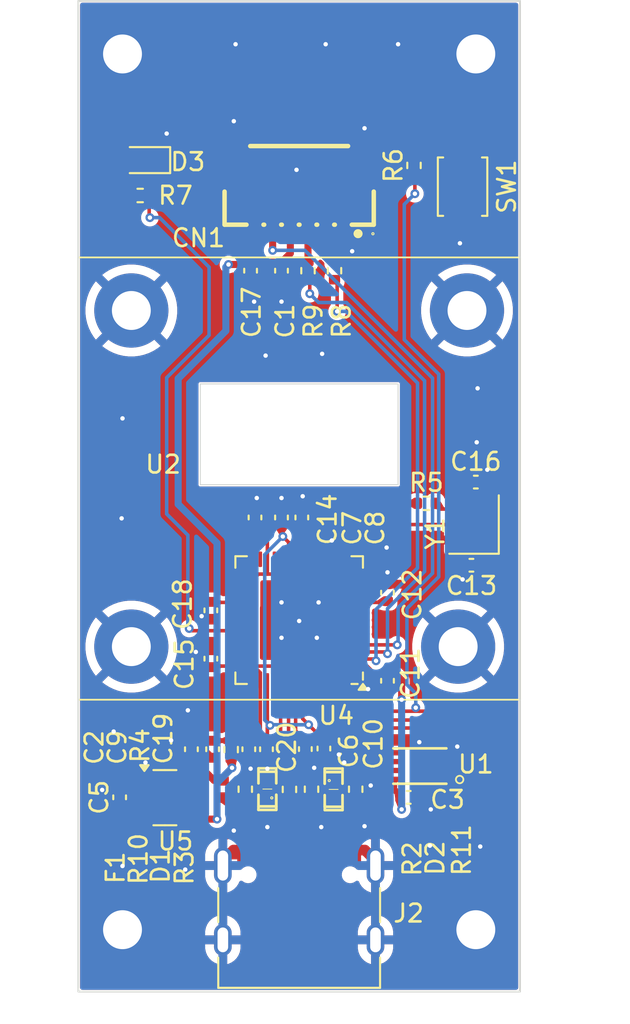
<source format=kicad_pcb>
(kicad_pcb (version 20241229) (generator "pcbnew") (generator_version "9.0")
  (layers (0 "F.Cu" signal) (2 "B.Cu" signal) (13 "F.Paste" user) (15 "B.Paste" user) (5 "F.SilkS" user "F.Silkscreen") (7 "B.SilkS" user "B.Silkscreen") (1 "F.Mask" user) (3 "B.Mask" user) (25 "Edge.Cuts" user))
  (net 0 "")
  (net 1 "/+3.3V")
  (net 2 "GND")
  (net 3 "/+5V_USB")
  (net 4 "/D-")
  (net 5 "/D+")
  (net 6 "/XIN")
  (net 7 "/XOUT")
  (net 8 "/DM")
  (net 9 "/DP")
  (net 10 "/QSPI_SD3")
  (net 11 "/+1.1V")
  (net 12 "Net-(C16-Pad1)")
  (net 13 "/QSPI_SCLK")
  (net 14 "/QSPI_SD0")
  (net 15 "/+5V_VIN")
  (net 16 "/QSPI_SD2")
  (net 17 "/QSPI_SD1")
  (net 18 "/QSPI_SS_N")
  (net 19 "/ADC_VREF")
  (net 20 "Net-(D3-A)")
  (net 21 "/FP_RX")
  (net 22 "/FP_IRQ")
  (net 46 "/GPIO25")
  (net 51 "Net-(R6-Pad2)")
  (net 53 "/FP_TX")
  (net 54 "/UART0_TX")
  (net 55 "/UART0_RX")
  (net 56 "Net-(J2-CC1)")
  (net 57 "Net-(J2-CC2)")
  (footprint "Resistor_SMD:R_0402_1005Metric" (layer "F.Cu") (at 133.5 71.25 90)
    (property "Reference" "R8")
    (property "Value" "R_0402_0_5%")
  )
  (footprint "Resistor_SMD:R_0402_1005Metric" (layer "F.Cu") (at 122.5 67 180)
    (property "Reference" "R7")
    (property "Value" "R_0402_470_5%")
  )
  (footprint "Package_DFN_QFN:QFN-56-1EP_7x7mm_P0.4mm_EP3.2x3.2mm" (layer "F.Cu") (at 131.5 91 180)
    (property "Reference" "U4")
    (property "Value" "RP2040")
  )
  (footprint "Resistor_SMD:R_0402_1005Metric" (layer "F.Cu") (at 138.7 84.4)
    (property "Reference" "R5")
    (property "Value" "R_0402_1K_5%")
  )
  (footprint "Capacitor_SMD:C_0402_1005Metric" (layer "F.Cu") (at 121.3375 101.0175 90)
    (property "Reference" "C5")
    (property "Value" "C_0402_4.7uF_10V_X5R")
  )
  (footprint "LT_USB_Receptacle:USB_C_Receptacle_G-Switch_GT-USB-7010ASV" (layer "F.Cu") (at 131.5 108)
    (property "Reference" "J2")
    (property "Value" "GT-USB-7010ASV")
  )
  (footprint "Capacitor_SMD:C_0402_1005Metric" (layer "F.Cu") (at 141.25 87.9 180)
    (property "Reference" "C13")
    (property "Value" "C_0402_15pF_50V_C0G")
  )
  (footprint "Crystal:Crystal_SMD_2520-4Pin_2.5x2.0mm" (layer "F.Cu") (at 141.4 85.6 90)
    (property "Reference" "Y1")
    (property "Value" "X252012MMB4SI-24")
  )
  (footprint "Capacitor_SMD:C_0402_1005Metric" (layer "F.Cu") (at 125.4 98.3 90)
    (property "Reference" "C2")
    (property "Value" "C_0402_4.7uF_10V_X5R")
  )
  (footprint "LT_Diode:D0402-BI" (layer "F.Cu") (at 133.45 100.57 -90)
    (property "Reference" "D2")
    (property "Value" "TPESD0402G05V")
  )
  (footprint "Resistor_SMD:R_0402_1005Metric" (layer "F.Cu") (at 134.7 100.56 90)
    (property "Reference" "R11")
    (property "Value" "R_0402_5.1K_5%")
  )
  (footprint "Resistor_SMD:R_0402_1005Metric" (layer "F.Cu") (at 130.95 100.57 90)
    (property "Reference" "R3")
    (property "Value" "R_0402_27_5%")
  )
  (footprint "Capacitor_SMD:C_0402_1005Metric" (layer "F.Cu") (at 129 85.2 90)
    (property "Reference" "C14")
    (property "Value" "C_0402_100nF_10V_X7R")
  )
  (footprint "Resistor_SMD:R_0402_1005Metric" (layer "F.Cu") (at 138 65.3 90)
    (property "Reference" "R6")
    (property "Value" "R_0402_1K_5%")
  )
  (footprint "Capacitor_SMD:C_0402_1005Metric" (layer "F.Cu") (at 137.7 101.02)
    (property "Reference" "C3")
    (property "Value" "C_0402_1uF_10V_X5R")
  )
  (footprint "Capacitor_SMD:C_0402_1005Metric" (layer "F.Cu") (at 131.85 98.29 -90)
    (property "Reference" "C10")
    (property "Value" "C_0402_2.2uF_6.3V_X5R")
  )
  (footprint "Fuse:Fuse_0402_1005Metric" (layer "F.Cu") (at 127.2 100.545 90)
    (property "Reference" "F1")
    (property "Value" "BSMD0402L-020")
  )
  (footprint "LT_Diode:D0402-BI" (layer "F.Cu") (at 129.7 100.55 90)
    (property "Reference" "D1")
    (property "Value" "TPESD0402G05V")
  )
  (footprint "Capacitor_SMD:C_0402_1005Metric" (layer "F.Cu") (at 136.5 94.43 -90)
    (property "Reference" "C11")
    (property "Value" "C_0402_100nF_10V_X7R")
  )
  (footprint "Button_Switch_SMD:SW_SPST_B3U-1000P" (layer "F.Cu") (at 140.75 66.5 -90)
    (property "Reference" "SW1")
    (property "Value" "B3U-1000P")
  )
  (footprint "Capacitor_SMD:C_0402_1005Metric" (layer "F.Cu") (at 128.75 71.25 -90)
    (property "Reference" "C17")
    (property "Value" "C_0402_4.7uF_10V_X5R")
  )
  (footprint "MountingHole:MountingHole_2.2mm_M2_Pad" (layer "F.Cu") (at 121.5 59)
    (property "Reference" "H1" (hide yes))
    (property "Value" "MountingHole_Pad")
  )
  (footprint "Capacitor_SMD:C_0402_1005Metric" (layer "F.Cu") (at 131.65 85.2 -90)
    (property "Reference" "C8")
    (property "Value" "C_0402_100nF_10V_X7R")
  )
  (footprint "Resistor_SMD:R_0402_1005Metric" (layer "F.Cu") (at 128.45 100.56 90)
    (property "Reference" "R10")
    (property "Value" "R_0402_5.1K_5%")
  )
  (footprint "Package_TO_SOT_SMD:SOT-23" (layer "F.Cu") (at 123.9 101.0375)
    (property "Reference" "U5")
    (property "Value" "662K")
  )
  (footprint "Resistor_SMD:R_0402_1005Metric" (layer "F.Cu") (at 132.2 100.56 90)
    (property "Reference" "R2")
    (property "Value" "R_0402_27_5%")
  )
  (footprint "Capacitor_SMD:C_0402_1005Metric" (layer "F.Cu") (at 141.5 83.2)
    (property "Reference" "C16")
    (property "Value" "C_0402_15pF_50V_C0G")
  )
  (footprint "LT_Module:ZW101" (layer "F.Cu") (at 131.5 83)
    (property "Reference" "U2")
    (property "Value" "~")
    (fp_rect (start -5.6 -5.35) (end 5.6 0.35) (stroke (width 0.05)) (fill no) (layer "Edge.Cuts"))
  )
  (footprint "LT_USON8:USON8-2x3mm-EP0.2x1.6mm" (layer "F.Cu") (at 138.332132 99.25 180)
    (property "Reference" "U1")
    (property "Value" "W25Q16JVUXIQ")
  )
  (footprint "LT_CONN:CONN-SMD_6P-P1.00_XUNPU_WAFER-SH1.0-6PWB" (layer "F.Cu") (at 131.5 67 180)
    (property "Reference" "CN1")
    (property "Value" "WAFER-SH1_0-6PWB")
  )
  (footprint "Resistor_SMD:R_0402_1005Metric" (layer "F.Cu") (at 132 71.25 90)
    (property "Reference" "R9")
    (property "Value" "R_0402_0_5%")
  )
  (footprint "LED_SMD:LED_0603_1608Metric" (layer "F.Cu") (at 122.7125 65 180)
    (property "Reference" "D3")
    (property "Value" "NCD0603G1")
  )
  (footprint "MountingHole:MountingHole_2.2mm_M2_Pad" (layer "F.Cu") (at 141.5 108.5)
    (property "Reference" "H2" (hide yes))
    (property "Value" "MountingHole_Pad")
  )
  (footprint "Capacitor_SMD:C_0402_1005Metric" (layer "F.Cu") (at 126.5 93.18 90)
    (property "Reference" "C15")
    (property "Value" "C_0402_100nF_10V_X7R")
  )
  (footprint "MountingHole:MountingHole_2.2mm_M2_Pad" (layer "F.Cu") (at 141.5 59)
    (property "Reference" "H3" (hide yes))
    (property "Value" "MountingHole_Pad")
  )
  (footprint "Resistor_SMD:R_0402_1005Metric" (layer "F.Cu") (at 127.65 98.32 -90)
    (property "Reference" "R4")
    (property "Value" "R_0402_200_5%")
  )
  (footprint "Capacitor_SMD:C_0402_1005Metric" (layer "F.Cu") (at 128.65 98.3 90)
    (property "Reference" "C19")
    (property "Value" "C_0402_2.2uF_6.3V_X5R")
  )
  (footprint "Capacitor_SMD:C_0402_1005Metric" (layer "F.Cu") (at 126.5 90.45 -90)
    (property "Reference" "C18")
    (property "Value" "C_0402_100nF_10V_X7R")
  )
  (footprint "Capacitor_SMD:C_0402_1005Metric" (layer "F.Cu") (at 126.6 98.3 -90)
    (property "Reference" "C9")
    (property "Value" "C_0402_2.2uF_6.3V_X5R")
  )
  (footprint "Capacitor_SMD:C_0402_1005Metric" (layer "F.Cu") (at 136.5 89.45 90)
    (property "Reference" "C12")
    (property "Value" "C_0402_100nF_10V_X7R")
  )
  (footprint "MountingHole:MountingHole_2.2mm_M2_Pad" (layer "F.Cu") (at 121.5 108.5)
    (property "Reference" "H4" (hide yes))
    (property "Value" "MountingHole_Pad")
  )
  (footprint "Capacitor_SMD:C_0402_1005Metric" (layer "F.Cu") (at 132.9 98.26 90)
    (property "Reference" "C6")
    (property "Value" "C_0402_2.2uF_6.3V_X5R")
  )
  (footprint "Capacitor_SMD:C_0402_1005Metric" (layer "F.Cu") (at 130.5 85.2 -90)
    (property "Reference" "C7")
    (property "Value" "C_0402_22nF_50V_X7R")
  )
  (footprint "Capacitor_SMD:C_0402_1005Metric" (layer "F.Cu") (at 129.65 98.3 90)
    (property "Reference" "C20")
    (property "Value" "C_0402_2.2uF_6.3V_X5R")
  )
  (footprint "Capacitor_SMD:C_0402_1005Metric" (layer "F.Cu") (at 130.5 71.25 90)
    (property "Reference" "C1")
    (property "Value" "C_0402_2.2uF_6.3V_X5R")
  )
  (gr_rect (start 119 56) (end 144 112) (stroke (width 0.1)) (fill no) (layer "Edge.Cuts"))
  (segment (start 121.7 102.05) (end 122.9 102.05) (width 0.4) (layer "F.Cu") (net 1))
  (segment (start 129.7 87.5625) (end 129.7 86.38) (width 0.2) (layer "F.Cu") (net 1))
  (segment (start 134 88.6) (end 134 89.95) (width 0.2) (layer "F.Cu") (net 1))
  (segment (start 134.05 90) (end 134 89.95) (width 0.2) (layer "F.Cu") (net 1))
  (segment (start 128.65 97.83) (end 127.65 98.83) (width 0.2) (layer "F.Cu") (net 1))
  (segment (start 136.95 100.02) (end 136.95 100.75) (width 0.2) (layer "F.Cu") (net 1))
  (segment (start 121.3375 101.6875) (end 121.7 102.05) (width 0.4) (layer "F.Cu") (net 1))
  (segment (start 127.5 70.9) (end 128.62 70.9) (width 0.4) (layer "F.Cu") (net 1))
  (segment (start 124.6 103.1) (end 125.45 102.25) (width 0.4) (layer "F.Cu") (net 1))
  (segment (start 130.9 94.95) (end 131.3 95.35) (width 0.2) (layer "F.Cu") (net 1))
  (segment (start 128.927064 90.177064) (end 128.927064 93.6) (width 0.2) (layer "F.Cu") (net 1))
  (segment (start 134.9375 93.6) (end 135.35 93.6) (width 0.2) (layer "F.Cu") (net 1))
  (segment (start 134 89.95) (end 134 93.6) (width 0.2) (layer "F.Cu") (net 1))
  (segment (start 129.3 94.4375) (end 129.3 97.17) (width 0.2) (layer "F.Cu") (net 1))
  (segment (start 128.927064 93.6) (end 129.3 93.972936) (width 0.2) (layer "F.Cu") (net 1))
  (segment (start 129.7 86.38) (end 129 85.68) (width 0.2) (layer "F.Cu") (net 1))
  (segment (start 130.5 70.77) (end 128.75 70.77) (width 0.4) (layer "F.Cu") (net 1))
  (segment (start 137.3 95.5) (end 137.3 94.4) (width 0.4) (layer "F.Cu") (net 1))
  (segment (start 130.999873 70.270127) (end 130.5 70.77) (width 0.4) (layer "F.Cu") (net 1))
  (segment (start 130.9 93.972936) (end 130.9 94.4375) (width 0.2) (layer "F.Cu") (net 1))
  (segment (start 133.8 88.4) (end 134 88.6) (width 0.2) (layer "F.Cu") (net 1))
  (segment (start 128.927064 93.6) (end 130.527064 93.6) (width 0.2) (layer "F.Cu") (net 1))
  (segment (start 125.45 102.25) (end 126.85 102.25) (width 0.4) (layer "F.Cu") (net 1))
  (segment (start 121.3375 102.6375) (end 121.8 103.1) (width 0.4) (layer "F.Cu") (net 1))
  (segment (start 128.927064 90.177064) (end 128.95 90.154128) (width 0.2) (layer "F.Cu") (net 1))
  (segment (start 129.2 88.4) (end 129.7 88.4) (width 0.2) (layer "F.Cu") (net 1))
  (segment (start 130.999873 68.700025) (end 130.999873 70.270127) (width 0.4) (layer "F.Cu") (net 1))
  (segment (start 129.7 88.4) (end 131.3 88.4) (width 0.2) (layer "F.Cu") (net 1))
  (segment (start 131.05 93.6) (end 131.3 93.85) (width 0.2) (layer "F.Cu") (net 1))
  (segment (start 128.0625 93.6) (end 128.927064 93.6) (width 0.2) (layer "F.Cu") (net 1))
  (segment (start 131.3 88.4) (end 133.8 88.4) (width 0.2) (layer "F.Cu") (net 1))
  (segment (start 131.3 95.35) (end 131.3 97.26) (width 0.2) (layer "F.Cu") (net 1))
  (segment (start 137.3 101.7) (end 137.3 101.1) (width 0.4) (layer "F.Cu") (net 1))
  (segment (start 128.75 90) (end 128.927064 90.177064) (width 0.2) (layer "F.Cu") (net 1))
  (segment (start 130.527064 93.6) (end 130.9 93.972936) (width 0.2) (layer "F.Cu") (net 1))
  (segment (start 135.35 93.6) (end 135.75 94) (width 0.2) (layer "F.Cu") (net 1))
  (segment (start 129.7 87.5625) (end 129.7 88.4) (width 0.2) (layer "F.Cu") (net 1))
  (segment (start 136.95 100.75) (end 137.22 101.02) (width 0.2) (layer "F.Cu") (net 1))
  (segment (start 128.0625 90) (end 126.53 90) (width 0.2) (layer "F.Cu") (net 1))
  (segment (start 134 93.6) (end 134.9375 93.6) (width 0.2) (layer "F.Cu") (net 1))
  (segment (start 127.7 99.35) (end 127.7 98.88) (width 0.4) (layer "F.Cu") (net 1))
  (segment (start 121.8 103.1) (end 124.6 103.1) (width 0.4) (layer "F.Cu") (net 1))
  (segment (start 131.3 94.4375) (end 131.3 95.35) (width 0.2) (layer "F.Cu") (net 1))
  (segment (start 131.3 97.26) (end 131.85 97.81) (width 0.2) (layer "F.Cu") (net 1))
  (segment (start 131.3 86.03) (end 131.65 85.68) (width 0.2) (layer "F.Cu") (net 1))
  (segment (start 131.3 87.5625) (end 131.3 88.4) (width 0.2) (layer "F.Cu") (net 1))
  (segment (start 131.3 87.5625) (end 131.3 86.03) (width 0.2) (layer "F.Cu") (net 1))
  (segment (start 121.3375 101.4975) (end 121.3375 101.6875) (width 0.4) (layer "F.Cu") (net 1))
  (segment (start 130.9 94.4375) (end 130.9 94.95) (width 0.2) (layer "F.Cu") (net 1))
  (segment (start 128.0625 93.6) (end 126.56 93.6) (width 0.2) (layer "F.Cu") (net 1))
  (segment (start 128.62 70.9) (end 128.75 70.77) (width 0.4) (layer "F.Cu") (net 1))
  (segment (start 137.3 94.4) (end 136.85 93.95) (width 0.4) (layer "F.Cu") (net 1))
  (segment (start 128.999873 68.700025) (end 128.999873 70.520127) (width 0.4) (layer "F.Cu") (net 1))
  (segment (start 134.9375 90) (end 136.43 90) (width 0.2) (layer "F.Cu") (net 1))
  (segment (start 130.527064 93.6) (end 131.05 93.6) (width 0.2) (layer "F.Cu") (net 1))
  (segment (start 134.9375 90) (end 134.05 90) (width 0.2) (layer "F.Cu") (net 1))
  (segment (start 136.85 93.95) (end 136.5 93.95) (width 0.4) (layer "F.Cu") (net 1))
  (segment (start 131.05 93.6) (end 134 93.6) (width 0.2) (layer "F.Cu") (net 1))
  (segment (start 128.95 90.154128) (end 128.95 88.65) (width 0.2) (layer "F.Cu") (net 1))
  (segment (start 121.3375 101.4975) (end 121.3375 102.6375) (width 0.4) (layer "F.Cu") (net 1))
  (segment (start 128.0625 90) (end 128.75 90) (width 0.2) (layer "F.Cu") (net 1))
  (segment (start 131.3 93.85) (end 131.3 94.4375) (width 0.2) (layer "F.Cu") (net 1))
  (segment (start 129.3 97.17) (end 128.65 97.82) (width 0.2) (layer "F.Cu") (net 1))
  (segment (start 129.3 93.972936) (end 129.3 94.4375) (width 0.2) (layer "F.Cu") (net 1))
  (segment (start 128.999873 70.520127) (end 128.75 70.77) (width 0.4) (layer "F.Cu") (net 1))
  (segment (start 128.95 88.65) (end 129.2 88.4) (width 0.2) (layer "F.Cu") (net 1))
  (segment (start 135.75 94) (end 136.45 94) (width 0.2) (layer "F.Cu") (net 1))
  (via (at 137.3 101.7) (size 0.5) (drill 0.25) (layers "F.Cu" "B.Cu") (net 1))
  (via (at 126.85 102.25) (size 0.5) (drill 0.25) (layers "F.Cu" "B.Cu") (net 1))
  (via (at 137.3 95.5) (size 0.5) (drill 0.25) (layers "F.Cu" "B.Cu") (net 1))
  (via (at 127.5 70.9) (size 0.5) (drill 0.25) (layers "F.Cu" "B.Cu") (net 1))
  (via (at 127.7 99.35) (size 0.5) (drill 0.25) (layers "F.Cu" "B.Cu") (net 1))
  (segment (start 126.85 100.65) (end 126.85 100.2) (width 0.4) (layer "B.Cu") (net 1))
  (segment (start 126.85 86.65) (end 126.85 100.65) (width 0.4) (layer "B.Cu") (net 1))
  (segment (start 126.85 100.2) (end 127.7 99.35) (width 0.4) (layer "B.Cu") (net 1))
  (segment (start 127.35 71.05) (end 127.35 74.65) (width 0.4) (layer "B.Cu") (net 1))
  (segment (start 124.65 77.35) (end 124.65 84.45) (width 0.4) (layer "B.Cu") (net 1))
  (segment (start 137.3 95.5) (end 137.3 101.7) (width 0.4) (layer "B.Cu") (net 1))
  (segment (start 127.5 70.9) (end 127.35 71.05) (width 0.4) (layer "B.Cu") (net 1))
  (segment (start 126.85 102.25) (end 126.85 100.65) (width 0.4) (layer "B.Cu") (net 1))
  (segment (start 124.65 84.45) (end 126.85 86.65) (width 0.4) (layer "B.Cu") (net 1))
  (segment (start 127.35 74.65) (end 124.65 77.35) (width 0.4) (layer "B.Cu") (net 1))
  (segment (start 138.35 99.27) (end 138.35 97.95) (width 0.3) (layer "F.Cu") (net 2))
  (segment (start 129.7 103.027106) (end 129.75 103.077106) (width 0.3) (layer "F.Cu") (net 2))
  (segment (start 131.65 84.72) (end 131.65 84.05) (width 0.4) (layer "F.Cu") (net 2))
  (segment (start 126.6 98.78) (end 126.55174 98.78) (width 0.4) (layer "F.Cu") (net 2))
  (segment (start 134.7 100.05) (end 135.25 100.05) (width 0.3) (layer "F.Cu") (net 2))
  (segment (start 125.977984 90.777984) (end 126.13 90.93) (width 0.3) (layer "F.Cu") (net 2))
  (segment (start 125.59174 97.82) (end 125.4 97.82) (width 0.4) (layer "F.Cu") (net 2))
  (segment (start 127.78 104) (end 127.18 104.6) (width 0.6) (layer "F.Cu") (net 2))
  (segment (start 138.332132 99.25) (end 138.332132 97.932132) (width 0.3) (layer "F.Cu") (net 2))
  (segment (start 134.7 104) (end 135.22 104) (width 0.6) (layer "F.Cu") (net 2))
  (segment (start 128.65 99.3) (end 128.75 99.4) (width 0.3) (layer "F.Cu") (net 2))
  (segment (start 135.4 94.9) (end 136.49 94.9) (width 0.4) (layer "F.Cu") (net 2))
  (segment (start 129.65 98.78) (end 129.65 99.35) (width 0.3) (layer "F.Cu") (net 2))
  (segment (start 128.45 100.05) (end 128.45 99.7) (width 0.3) (layer "F.Cu") (net 2))
  (segment (start 120.4125 100.5375) (end 120.35 100.6) (width 0.4) (layer "F.Cu") (net 2))
  (segment (start 133.61 98.74) (end 133.75 98.6) (width 0.3) (layer "F.Cu") (net 2))
  (segment (start 139.75 98.52) (end 140.08 98.52) (width 0.3) (layer "F.Cu") (net 2))
  (segment (start 133.097936 86.5) (end 133.35 86.5) (width 0.2) (layer "F.Cu") (net 2))
  (segment (start 126.55174 98.78) (end 125.59174 97.82) (width 0.4) (layer "F.Cu") (net 2))
  (segment (start 136.49 94.9) (end 136.5 94.91) (width 0.4) (layer "F.Cu") (net 2))
  (segment (start 122.9625 99.2125) (end 122.8 99.05) (width 0.4) (layer "F.Cu") (net 2))
  (segment (start 136.5 88.97) (end 136.5 88.3) (width 0.3) (layer "F.Cu") (net 2))
  (segment (start 138.18 101.02) (end 138.27 101.02) (width 0.4) (layer "F.Cu") (net 2))
  (segment (start 128.75 71.73) (end 128.75 72.8) (width 0.4) (layer "F.Cu") (net 2))
  (segment (start 125.75 92.7) (end 125.65 92.8) (width 0.3) (layer "F.Cu") (net 2))
  (segment (start 122.9625 100.0875) (end 122.9625 99.2125) (width 0.4) (layer "F.Cu") (net 2))
  (segment (start 135.099949 63.300051) (end 135.2 63.2) (width 0.4) (layer "F.Cu") (net 2))
  (segment (start 121.3375 100.5375) (end 120.4125 100.5375) (width 0.4) (layer "F.Cu") (net 2))
  (segment (start 140.77 87.9) (end 140.77 88.68) (width 0.3) (layer "F.Cu") (net 2))
  (segment (start 125.4 97.82) (end 124.27 97.82) (width 0.4) (layer "F.Cu") (net 2))
  (segment (start 133.999873 68.700025) (end 133.999873 69.649873) (width 0.4) (layer "F.Cu") (net 2))
  (segment (start 129 84.2) (end 129.1 84.1) (width 0.4) (layer "F.Cu") (net 2))
  (segment (start 131.85 98.85) (end 132.35 99.35) (width 0.3) (layer "F.Cu") (net 2))
  (segment (start 133.45 100.06) (end 134.69 100.06) (width 0.35) (layer "F.Cu") (net 2))
  (segment (start 133.45 99.5) (end 133.45 100.06) (width 0.3) (layer "F.Cu") (net 2))
  (segment (start 130.5 71.73) (end 130.5 73) (width 0.4) (layer "F.Cu") (net 2))
  (segment (start 142.1 84.725) (end 142.1 83.32) (width 0.3) (layer "F.Cu") (net 2))
  (segment (start 133.9 99.05) (end 133.45 99.5) (width 0.3) (layer "F.Cu") (net 2))
  (segment (start 140.75 68.2) (end 140.75 69.55) (width 0.4) (layer "F.Cu") (net 2))
  (segment (start 128.75 72.8) (end 128.95 73) (width 0.4) (layer "F.Cu") (net 2))
  (segment (start 126.5 92.7) (end 125.75 92.7) (width 0.3) (layer "F.Cu") (net 2))
  (segment (start 123.5 65) (end 123.5 64) (width 0.4) (layer "F.Cu") (net 2))
  (segment (start 128.3 103.4) (end 127.8 102.9) (width 0.6) (layer "F.Cu") (net 2))
  (segment (start 135.099949 65.299975) (end 135.099949 63.300051) (width 0.4) (layer "F.Cu") (net 2))
  (segment (start 121.3375 100.5375) (end 121.3375 100.3125) (width 0.4) (layer "F.Cu") (net 2))
  (segment (start 140.77 88.68) (end 140.75 88.7) (width 0.3) (layer "F.Cu") (net 2))
  (segment (start 132.9 98.74) (end 133.61 98.74) (width 0.3) (layer "F.Cu") (net 2))
  (segment (start 134.7 103.15) (end 135.2 102.65) (width 0.6) (layer "F.Cu") (net 2))
  (segment (start 129.7 100.04) (end 129.7 99.4) (width 0.3) (layer "F.Cu") (net 2))
  (segment (start 135.25 100.05) (end 135.55 100.35) (width 0.3) (layer "F.Cu") (net 2))
  (segment (start 133.999873 69.649873) (end 134.5 70.15) (width 0.4) (layer "F.Cu") (net 2))
  (segment (start 135.22 104) (end 135.82 104.6) (width 0.6) (layer "F.Cu") (net 2))
  (segment (start 128.45 99.7) (end 128.75 99.4) (width 0.3) (layer "F.Cu") (net 2))
  (segment (start 129.75 103.077106) (end 129.75 104) (width 0.3) (layer "F.Cu") (net 2))
  (segment (start 121.5625 100.0875) (end 122.9625 100.0875) (width 0.4) (layer "F.Cu") (net 2))
  (segment (start 140.77 87.9) (end 140.77 86.545) (width 0.3) (layer "F.Cu") (net 2))
  (segment (start 134.7 104) (end 134.7 103.15) (width 0.6) (layer "F.Cu") (net 2))
  (segment (start 121.3375 100.3125) (end 121.5625 100.0875) (width 0.4) (layer "F.Cu") (net 2))
  (segment (start 126.13 90.93) (end 126.5 90.93) (width 0.3) (layer "F.Cu") (net 2))
  (segment (start 128.3 104) (end 127.78 104) (width 0.6) (layer "F.Cu") (net 2))
  (segment (start 134.05 99.05) (end 133.9 99.05) (width 0.3) (layer "F.Cu") (net 2))
  (segment (start 129 84.72) (end 129 84.2) (width 0.4) (layer "F.Cu") (net 2))
  (segment (start 129.65 99.35) (end 129.7 99.4) (width 0.3) (layer "F.Cu") (net 2))
  (segment (start 127.900051 62.900051) (end 127.8 62.8) (width 0.4) (layer "F.Cu") (net 2))
  (segment (start 138.35 97.95) (end 138.3 97.9) (width 0.3) (layer "F.Cu") (net 2))
  (segment (start 129.7 102.7) (end 129.7 103.027106) (width 0.3) (layer "F.Cu") (net 2))
  (segment (start 132.5 87.5625) (end 132.5 87.097936) (width 0.2) (layer "F.Cu") (net 2))
  (segment (start 127.900051 65.299975) (end 127.900051 62.900051) (width 0.4) (layer "F.Cu") (net 2))
  (segment (start 138.27 101.02) (end 138.95 101.7) (width 0.4) (layer "F.Cu") (net 2))
  (segment (start 131.88 98.74) (end 131.85 98.77) (width 0.35) (layer "F.Cu") (net 2))
  (segment (start 132.5 87.097936) (end 133.097936 86.5) (width 0.2) (layer "F.Cu") (net 2))
  (segment (start 141.98 82.67) (end 142.15 82.5) (width 0.3) (layer "F.Cu") (net 2))
  (segment (start 124.27 97.82) (end 124.25 97.8) (width 0.4) (layer "F.Cu") (net 2))
  (segment (start 134.69 100.06) (end 134.7 100.05) (width 0.35) (layer "F.Cu") (net 2))
  (segment (start 132.75 104) (end 132.75 102.7) (width 0.3) (layer "F.Cu") (net 2))
  (segment (start 131.65 84.05) (end 131.7 84) (width 0.4) (layer "F.Cu") (net 2))
  (segment (start 138.332132 97.932132) (end 138.3 97.9) (width 0.3) (layer "F.Cu") (net 2))
  (segment (start 140.75 69.55) (end 140.6 69.7) (width 0.4) (layer "F.Cu") (net 2))
  (segment (start 128.3 104) (end 128.3 103.4) (width 0.6) (layer "F.Cu") (net 2))
  (segment (start 141.98 83.2) (end 141.98 82.67) (width 0.3) (layer "F.Cu") (net 2))
  (segment (start 128.65 98.78) (end 128.65 99.3) (width 0.3) (layer "F.Cu") (net 2))
  (segment (start 130.5 84.72) (end 130.5 84.1) (width 0.4) (layer "F.Cu") (net 2))
  (segment (start 123.5 64) (end 124 63.5) (width 0.4) (layer "F.Cu") (net 2))
  (segment (start 140.08 98.52) (end 140.45 98.15) (width 0.3) (layer "F.Cu") (net 2))
  (segment (start 132.9 98.74) (end 131.88 98.74) (width 0.35) (layer "F.Cu") (net 2))
  (via (at 125.2 96.1) (size 0.5) (drill 0.25) (layers "F.Cu" "B.Cu") (net 2))
  (via (at 136.45 86.9) (size 0.5) (drill 0.25) (layers "F.Cu" "B.Cu") (net 2))
  (via (at 135.2 63.2) (size 0.5) (drill 0.25) (layers "F.Cu" "B.Cu") (net 2))
  (via (at 132.5 92) (size 0.5) (drill 0.25) (layers "F.Cu" "B.Cu") (net 2))
  (via (at 125.05 105.1) (size 0.5) (drill 0.25) (layers "F.Cu" "B.Cu") (net 2))
  (via (at 127.8 102.9) (size 0.5) (drill 0.25) (layers "F.Cu" "B.Cu") (net 2))
  (via (at 140.75 88.7) (size 0.5) (drill 0.25) (layers "F.Cu" "B.Cu") (net 2))
  (via (at 142.15 82.5) (size 0.5) (drill 0.25) (layers "F.Cu" "B.Cu") (net 2))
  (via (at 136.5 88.3) (size 0.5) (drill 0.25) (layers "F.Cu" "B.Cu") (net 2))
  (via (at 130.5 90) (size 0.5) (drill 0.25) (layers "F.Cu" "B.Cu") (net 2))
  (via (at 141.55 80.95) (size 0.5) (drill 0.25) (layers "F.Cu" "B.Cu") (net 2))
  (via (at 138.9 103.75) (size 0.5) (drill 0.25) (layers "F.Cu" "B.Cu") (net 2))
  (via (at 134.05 99.05) (size 0.5) (drill 0.25) (layers "F.Cu" "B.Cu") (net 2))
  (via (at 121.5 104.9) (size 0.5) (drill 0.25) (layers "F.Cu" "B.Cu") (net 2))
  (via (at 130.5 84.1) (size 0.5) (drill 0.25) (layers "F.Cu" "B.Cu") (net 2))
  (via (at 129.6 76.05) (size 0.5) (drill 0.25) (layers "F.Cu" "B.Cu") (net 2))
  (via (at 127.8 62.8) (size 0.5) (drill 0.25) (layers "F.Cu" "B.Cu") (net 2))
  (via (at 124.25 97.8) (size 0.5) (drill 0.25) (layers "F.Cu" "B.Cu") (net 2))
  (via (at 140.45 98.15) (size 0.5) (drill 0.25) (layers "F.Cu" "B.Cu") (net 2))
  (via (at 121.5 79.6) (size 0.5) (drill 0.25) (layers "F.Cu" "B.Cu") (net 2))
  (via (at 135.4 94.9) (size 0.5) (drill 0.25) (layers "F.Cu" "B.Cu") (net 2))
  (via (at 135.55 100.35) (size 0.5) (drill 0.25) (layers "F.Cu" "B.Cu") (net 2))
  (via (at 132.35 99.35) (size 0.5) (drill 0.25) (layers "F.Cu" "B.Cu") (net 2))
  (via (at 129.1 84.1) (size 0.5) (drill 0.25) (layers "F.Cu" "B.Cu") (net 2))
  (via (at 132.8 75.95) (size 0.5) (drill 0.25) (layers "F.Cu" "B.Cu") (net 2))
  (via (at 130.5 73) (size 0.5) (drill 0.25) (layers "F.Cu" "B.Cu") (net 2))
  (via (at 129.7 99.4) (size 0.5) (drill 0.25) (layers "F.Cu" "B.Cu") (net 2))
  (via (at 120.35 100.6) (size 0.5) (drill 0.25) (layers "F.Cu" "B.Cu") (net 2))
  (via (at 131.5 91.05) (size 0.5) (drill 0.25) (layers "F.Cu" "B.Cu") (net 2))
  (via (at 128.95 73) (size 0.5) (drill 0.25) (layers "F.Cu" "B.Cu") (net 2))
  (via (at 133.75 98.6) (size 0.5) (drill 0.25) (layers "F.Cu" "B.Cu") (net 2))
  (via (at 131.35 65.55) (size 0.5) (drill 0.25) (layers "F.Cu" "B.Cu") (net 2))
  (via (at 128.75 99.4) (size 0.5) (drill 0.25) (layers "F.Cu" "B.Cu") (net 2))
  (via (at 132.6 90) (size 0.5) (drill 0.25) (layers "F.Cu" "B.Cu") (net 2))
  (via (at 125.977984 90.777984) (size 0.5) (drill 0.25) (layers "F.Cu" "B.Cu") (net 2))
  (via (at 127.9 58.45) (size 0.5) (drill 0.25) (layers "F.Cu" "B.Cu") (net 2))
  (via (at 133.35 86.5) (size 0.5) (drill 0.25) (layers "F.Cu" "B.Cu") (net 2))
  (via (at 135.2 102.65) (size 0.5) (drill 0.25) (layers "F.Cu" "B.Cu") (net 2))
  (via (at 124 63.5) (size 0.5) (drill 0.25) (layers "F.Cu" "B.Cu") (net 2))
  (via (at 130.5 92) (size 0.5) (drill 0.25) (layers "F.Cu" "B.Cu") (net 2))
  (via (at 138.95 101.7) (size 0.5) (drill 0.25) (layers "F.Cu" "B.Cu") (net 2))
  (via (at 121 97.3) (size 0.5) (drill 0.25) (layers "F.Cu" "B.Cu") (net 2))
  (via (at 138.3 97.9) (size 0.5) (drill 0.25) (layers "F.Cu" "B.Cu") (net 2))
  (via (at 125.65 92.8) (size 0.5) (drill 0.25) (layers "F.Cu" "B.Cu") (net 2))
  (via (at 122.8 99.05) (size 0.5) (drill 0.25) (layers "F.Cu" "B.Cu") (net 2))
  (via (at 141.6 77.9) (size 0.5) (drill 0.25) (layers "F.Cu" "B.Cu") (net 2))
  (via (at 134.5 70.15) (size 0.5) (drill 0.25) (layers "F.Cu" "B.Cu") (net 2))
  (via (at 137.1 58.45) (size 0.5) (drill 0.25) (layers "F.Cu" "B.Cu") (net 2))
  (via (at 129.7 102.7) (size 0.5) (drill 0.25) (layers "F.Cu" "B.Cu") (net 2))
  (via (at 140.6 69.7) (size 0.5) (drill 0.25) (layers "F.Cu" "B.Cu") (net 2))
  (via (at 132.75 102.7) (size 0.5) (drill 0.25) (layers "F.Cu" "B.Cu") (net 2))
  (via (at 133 58.45) (size 0.5) (drill 0.25) (layers "F.Cu" "B.Cu") (net 2))
  (via (at 131.7 84) (size 0.5) (drill 0.25) (layers "F.Cu" "B.Cu") (net 2))
  (via (at 121.45 85.25) (size 0.5) (drill 0.25) (layers "F.Cu" "B.Cu") (net 2))
  (via (at 141.75 103.8) (size 0.5) (drill 0.25) (layers "F.Cu" "B.Cu") (net 2))
  (segment (start 129.1 104.9) (end 130.05 105.85) (width 0.3) (layer "F.Cu") (net 3))
  (segment (start 133.3 105.85) (end 133.764 105.386) (width 0.3) (layer "F.Cu") (net 3))
  (segment (start 130.05 105.85) (end 133.3 105.85) (width 0.3) (layer "F.Cu") (net 3))
  (segment (start 129.1 102.93) (end 127.2 101.03) (width 0.4) (layer "F.Cu") (net 3))
  (segment (start 129.1 104) (end 129.1 104.9) (width 0.3) (layer "F.Cu") (net 3))
  (segment (start 133.764 104.411) (end 133.9 104.275) (width 0.3) (layer "F.Cu") (net 3))
  (segment (start 133.9 104.583281) (end 133.9 104) (width 0.3) (layer "F.Cu") (net 3))
  (segment (start 133.764 105.386) (end 133.764 104.411) (width 0.3) (layer "F.Cu") (net 3))
  (segment (start 129.1 104) (end 129.1 102.93) (width 0.4) (layer "F.Cu") (net 3))
  (segment (start 130.9 102.7) (end 130.75 102.85) (width 0.2) (layer "F.Cu") (net 4))
  (segment (start 131.75 104) (end 131.75 102.8) (width 0.2) (layer "F.Cu") (net 4))
  (segment (start 131.65 102.7) (end 130.9 102.7) (width 0.2) (layer "F.Cu") (net 4))
  (segment (start 130.75 104) (end 130.75 102.85) (width 0.2) (layer "F.Cu") (net 4))
  (segment (start 130.95 101.08) (end 129.72 101.08) (width 0.2) (layer "F.Cu") (net 4))
  (segment (start 130.75 102.85) (end 130.75 101.28) (width 0.2) (layer "F.Cu") (net 4))
  (segment (start 130.75 101.28) (end 130.95 101.08) (width 0.2) (layer "F.Cu") (net 4))
  (segment (start 131.75 102.8) (end 131.65 102.7) (width 0.2) (layer "F.Cu") (net 4))
  (segment (start 132.25 104) (end 132.25 101.12) (width 0.2) (layer "F.Cu") (net 5))
  (segment (start 131.25 105.1) (end 131.25 104) (width 0.2) (layer "F.Cu") (net 5))
  (segment (start 132.25 104) (end 132.25 105.2) (width 0.2) (layer "F.Cu") (net 5))
  (segment (start 132.25 105.2) (end 132.1 105.35) (width 0.2) (layer "F.Cu") (net 5))
  (segment (start 132.2 101.07) (end 133.44 101.07) (width 0.2) (layer "F.Cu") (net 5))
  (segment (start 131.5 105.35) (end 131.25 105.1) (width 0.2) (layer "F.Cu") (net 5))
  (segment (start 132.1 105.35) (end 131.5 105.35) (width 0.2) (layer "F.Cu") (net 5))
  (segment (start 142.1 86.2) (end 141.5 85.6) (width 0.2) (layer "F.Cu") (net 6))
  (segment (start 141.73 87.9) (end 141.73 86.845) (width 0.2) (layer "F.Cu") (net 6))
  (segment (start 132.1 86.75) (end 132.1 87.5625) (width 0.2) (layer "F.Cu") (net 6))
  (segment (start 133.25 85.6) (end 132.1 86.75) (width 0.2) (layer "F.Cu") (net 6))
  (segment (start 141.5 85.6) (end 133.25 85.6) (width 0.2) (layer "F.Cu") (net 6))
  (segment (start 138.19 84.4) (end 133.95 84.4) (width 0.2) (layer "F.Cu") (net 7))
  (segment (start 131.7 86.65) (end 131.7 87.5625) (width 0.2) (layer "F.Cu") (net 7))
  (segment (start 133.95 84.4) (end 131.7 86.65) (width 0.2) (layer "F.Cu") (net 7))
  (segment (start 130.1 95.8) (end 130.45 96.15) (width 0.2) (layer "F.Cu") (net 8))
  (segment (start 130.45 99.1) (end 130.95 99.6) (width 0.2) (layer "F.Cu") (net 8))
  (segment (start 130.45 96.15) (end 130.45 99.1) (width 0.2) (layer "F.Cu") (net 8))
  (segment (start 130.1 94.4375) (end 130.1 95.8) (width 0.2) (layer "F.Cu") (net 8))
  (segment (start 130.95 99.6) (end 130.95 100.06) (width 0.2) (layer "F.Cu") (net 8))
  (segment (start 130.9 96) (end 130.9 98.75) (width 0.2) (layer "F.Cu") (net 9))
  (segment (start 130.9 98.75) (end 132.2 100.05) (width 0.2) (layer "F.Cu") (net 9))
  (segment (start 130.5 94.4375) (end 130.5 95.6) (width 0.2) (layer "F.Cu") (net 9))
  (segment (start 130.5 95.6) (end 130.9 96) (width 0.2) (layer "F.Cu") (net 9))
  (segment (start 135.527223 99.52) (end 136.95 99.52) (width 0.2) (layer "F.Cu") (net 10))
  (segment (start 132.1 96.092777) (end 135.527223 99.52) (width 0.2) (layer "F.Cu") (net 10))
  (segment (start 132.1 94.4375) (end 132.1 96.092777) (width 0.2) (layer "F.Cu") (net 10))
  (segment (start 131.7 96.58) (end 132.035 96.915) (width 0.2) (layer "F.Cu") (net 11))
  (segment (start 130.575 86.275) (end 130.5 86.2) (width 0.2) (layer "F.Cu") (net 11))
  (segment (start 132.035 96.915) (end 132.9 97.78) (width 0.2) (layer "F.Cu") (net 11))
  (segment (start 129.7 94.4375) (end 129.7 96.35) (width 0.2) (layer "F.Cu") (net 11))
  (segment (start 129.7 96.35) (end 129.7 97.4) (width 0.2) (layer "F.Cu") (net 11))
  (segment (start 129.7 97.4) (end 129.7 97.1) (width 0.2) (layer "F.Cu") (net 11))
  (segment (start 129.7 96.35) (end 129.7 96.8) (width 0.2) (layer "F.Cu") (net 11))
  (segment (start 130.9 87.5625) (end 130.9 86.6) (width 0.2) (layer "F.Cu") (net 11))
  (segment (start 129.7 96.8) (end 129.85 96.95) (width 0.2) (layer "F.Cu") (net 11))
  (segment (start 131.7 94.4375) (end 131.7 96.58) (width 0.2) (layer "F.Cu") (net 11))
  (segment (start 130.5 86.2) (end 130.5 85.68) (width 0.2) (layer "F.Cu") (net 11))
  (segment (start 129.7 97.4) (end 129.7 97.77) (width 0.2) (layer "F.Cu") (net 11))
  (segment (start 130.9 86.6) (end 130.575 86.275) (width 0.2) (layer "F.Cu") (net 11))
  (segment (start 129.7 97.1) (end 129.85 96.95) (width 0.2) (layer "F.Cu") (net 11))
  (via (at 130.575 86.275) (size 0.5) (drill 0.25) (layers "F.Cu" "B.Cu") (net 11))
  (via (at 129.85 96.95) (size 0.5) (drill 0.25) (layers "F.Cu" "B.Cu") (net 11))
  (via (at 132.035 96.915) (size 0.5) (drill 0.25) (layers "F.Cu" "B.Cu") (net 11))
  (segment (start 129.55 87.3) (end 129.55 96.65) (width 0.2) (layer "B.Cu") (net 11))
  (segment (start 129.885 96.915) (end 129.85 96.95) (width 0.2) (layer "B.Cu") (net 11))
  (segment (start 132.035 96.915) (end 129.885 96.915) (width 0.2) (layer "B.Cu") (net 11))
  (segment (start 129.55 96.65) (end 129.85 96.95) (width 0.2) (layer "B.Cu") (net 11))
  (segment (start 130.575 86.275) (end 129.55 87.3) (width 0.2) (layer "B.Cu") (net 11))
  (segment (start 140.7 84.725) (end 139.535 84.725) (width 0.2) (layer "F.Cu") (net 12))
  (segment (start 141.02 83.2) (end 141.02 84.405) (width 0.2) (layer "F.Cu") (net 12))
  (segment (start 139.535 84.725) (end 139.21 84.4) (width 0.2) (layer "F.Cu") (net 12))
  (segment (start 132.5 95.85) (end 135.67 99.02) (width 0.2) (layer "F.Cu") (net 13))
  (segment (start 135.67 99.02) (end 136.95 99.02) (width 0.2) (layer "F.Cu") (net 13))
  (segment (start 132.5 94.4375) (end 132.5 95.85) (width 0.2) (layer "F.Cu") (net 13))
  (segment (start 132.9 95.7) (end 135.72 98.52) (width 0.2) (layer "F.Cu") (net 14))
  (segment (start 135.72 98.52) (end 136.95 98.52) (width 0.2) (layer "F.Cu") (net 14))
  (segment (start 132.9 94.4375) (end 132.9 95.7) (width 0.2) (layer "F.Cu") (net 14))
  (segment (start 125.4 98.78) (end 125.4 100.475) (width 0.4) (layer "F.Cu") (net 15))
  (segment (start 127.2 100.06) (end 126.68 100.06) (width 0.4) (layer "F.Cu") (net 15))
  (segment (start 125.4 100.475) (end 124.8375 101.0375) (width 0.4) (layer "F.Cu") (net 15))
  (segment (start 126.68 100.06) (end 125.4 98.78) (width 0.4) (layer "F.Cu") (net 15))
  (segment (start 133.3 95.5) (end 134.9 97.1) (width 0.2) (layer "F.Cu") (net 16))
  (segment (start 141.623194 97.573194) (end 141.623194 98.276806) (width 0.2) (layer "F.Cu") (net 16))
  (segment (start 140.88 99.02) (end 139.75 99.02) (width 0.2) (layer "F.Cu") (net 16))
  (segment (start 134.9 97.1) (end 141.15 97.1) (width 0.2) (layer "F.Cu") (net 16))
  (segment (start 141.623194 98.276806) (end 140.88 99.02) (width 0.2) (layer "F.Cu") (net 16))
  (segment (start 141.15 97.1) (end 141.623194 97.573194) (width 0.2) (layer "F.Cu") (net 16))
  (segment (start 133.3 94.4375) (end 133.3 95.5) (width 0.2) (layer "F.Cu") (net 16))
  (segment (start 142.1 97.3) (end 142.1 98.7) (width 0.2) (layer "F.Cu") (net 17))
  (segment (start 141.45 96.65) (end 142.1 97.3) (width 0.2) (layer "F.Cu") (net 17))
  (segment (start 133.7 95.225) (end 135.125 96.65) (width 0.2) (layer "F.Cu") (net 17))
  (segment (start 141.28 99.52) (end 139.75 99.52) (width 0.2) (layer "F.Cu") (net 17))
  (segment (start 142.1 98.7) (end 141.28 99.52) (width 0.2) (layer "F.Cu") (net 17))
  (segment (start 135.125 96.65) (end 141.45 96.65) (width 0.2) (layer "F.Cu") (net 17))
  (segment (start 133.7 94.4375) (end 133.7 95.225) (width 0.2) (layer "F.Cu") (net 17))
  (segment (start 138.05 66.9) (end 138.05 65.86) (width 0.2) (layer "F.Cu") (net 18))
  (segment (start 138.3 96.15) (end 141.85 96.15) (width 0.2) (layer "F.Cu") (net 18))
  (segment (start 138.1 95.95) (end 138.3 96.15) (width 0.2) (layer "F.Cu") (net 18))
  (segment (start 142.7 99.3) (end 141.98 100.02) (width 0.2) (layer "F.Cu") (net 18))
  (segment (start 134.1 94.9) (end 135.35 96.15) (width 0.2) (layer "F.Cu") (net 18))
  (segment (start 142.7 97) (end 142.7 99.3) (width 0.2) (layer "F.Cu") (net 18))
  (segment (start 134.1 94.4375) (end 134.1 94.9) (width 0.2) (layer "F.Cu") (net 18))
  (segment (start 135.35 96.15) (end 138.3 96.15) (width 0.2) (layer "F.Cu") (net 18))
  (segment (start 141.85 96.15) (end 142.7 97) (width 0.2) (layer "F.Cu") (net 18))
  (segment (start 141.98 100.02) (end 139.75 100.02) (width 0.2) (layer "F.Cu") (net 18))
  (via (at 138.05 66.9) (size 0.5) (drill 0.25) (layers "F.Cu" "B.Cu") (net 18))
  (via (at 138.1 95.95) (size 0.5) (drill 0.25) (layers "F.Cu" "B.Cu") (net 18))
  (segment (start 138.1 95.95) (end 138.1 95.15) (width 0.2) (layer "B.Cu") (net 18))
  (segment (start 137.45 67.5) (end 138.05 66.9) (width 0.2) (layer "B.Cu") (net 18))
  (segment (start 139.4 88.55) (end 139.4 77.1) (width 0.2) (layer "B.Cu") (net 18))
  (segment (start 139.4 77.1) (end 137.45 75.15) (width 0.2) (layer "B.Cu") (net 18))
  (segment (start 137.6 90.35) (end 139.4 88.55) (width 0.2) (layer "B.Cu") (net 18))
  (segment (start 137.6 94.65) (end 137.6 90.35) (width 0.2) (layer "B.Cu") (net 18))
  (segment (start 137.45 75.15) (end 137.45 67.5) (width 0.2) (layer "B.Cu") (net 18))
  (segment (start 138.1 95.15) (end 137.6 94.65) (width 0.2) (layer "B.Cu") (net 18))
  (segment (start 128.9 96.56) (end 127.65 97.81) (width 0.2) (layer "F.Cu") (net 19))
  (segment (start 127.65 97.81) (end 126.61 97.81) (width 0.2) (layer "F.Cu") (net 19))
  (segment (start 128.9 94.4375) (end 128.9 96.56) (width 0.2) (layer "F.Cu") (net 19))
  (segment (start 121.925 65) (end 121.925 66.935) (width 0.3) (layer "F.Cu") (net 20))
  (segment (start 132.999873 68.700025) (end 132.999873 70.239873) (width 0.4) (layer "F.Cu") (net 21))
  (segment (start 132.999873 70.239873) (end 133.5 70.74) (width 0.4) (layer "F.Cu") (net 21))
  (segment (start 129.999873 68.700025) (end 129.999873 70.099873) (width 0.4) (layer "F.Cu") (net 22))
  (segment (start 137.05 92.4) (end 134.9375 92.4) (width 0.2) (layer "F.Cu") (net 22))
  (segment (start 129.999873 70.099873) (end 130 70.1) (width 0.4) (layer "F.Cu") (net 22))
  (via (at 137.05 92.4) (size 0.5) (drill 0.25) (layers "F.Cu" "B.Cu") (net 22))
  (via (at 130 70.1) (size 0.5) (drill 0.25) (layers "F.Cu" "B.Cu") (net 22))
  (segment (start 131.825 70.1) (end 139.05 77.325) (width 0.2) (layer "B.Cu") (net 22))
  (segment (start 137.1 90.3) (end 139.05 88.35) (width 0.2) (layer "B.Cu") (net 22))
  (segment (start 139.05 88.35) (end 139.05 77.325) (width 0.2) (layer "B.Cu") (net 22))
  (segment (start 137.1 92.35) (end 137.1 90.3) (width 0.2) (layer "B.Cu") (net 22))
  (segment (start 137.05 92.4) (end 137.1 92.35) (width 0.2) (layer "B.Cu") (net 22))
  (segment (start 131.825 70.1) (end 130 70.1) (width 0.2) (layer "B.Cu") (net 22))
  (segment (start 125.4 91.6) (end 128.0625 91.6) (width 0.2) (layer "F.Cu") (net 46))
  (segment (start 123.05 68.25) (end 123.05 68.13) (width 0.2) (layer "F.Cu") (net 46))
  (segment (start 125.275 91.475) (end 125.4 91.6) (width 0.2) (layer "F.Cu") (net 46))
  (segment (start 123.01 68.09) (end 123.01 67) (width 0.2) (layer "F.Cu") (net 46))
  (segment (start 123.05 68.13) (end 123.01 68.09) (width 0.2) (layer "F.Cu") (net 46))
  (via (at 123.05 68.25) (size 0.5) (drill 0.25) (layers "F.Cu" "B.Cu") (net 46))
  (via (at 125.275 91.475) (size 0.5) (drill 0.25) (layers "F.Cu" "B.Cu") (net 46))
  (segment (start 125.275 91.475) (end 125.2 91.4) (width 0.2) (layer "B.Cu") (net 46))
  (segment (start 126.4 74.9) (end 126.4 71.05) (width 0.2) (layer "B.Cu") (net 46))
  (segment (start 123.6 68.25) (end 123.05 68.25) (width 0.2) (layer "B.Cu") (net 46))
  (segment (start 124 85) (end 124 77.3) (width 0.2) (layer "B.Cu") (net 46))
  (segment (start 126.4 71.05) (end 123.6 68.25) (width 0.2) (layer "B.Cu") (net 46))
  (segment (start 125.2 91.4) (end 125.2 86.2) (width 0.2) (layer "B.Cu") (net 46))
  (segment (start 124 77.3) (end 126.4 74.9) (width 0.2) (layer "B.Cu") (net 46))
  (segment (start 125.2 86.2) (end 124 85) (width 0.2) (layer "B.Cu") (net 46))
  (segment (start 138 64.79) (end 140.74 64.79) (width 0.6) (layer "F.Cu") (net 51))
  (segment (start 131.999873 68.700025) (end 131.999873 70.739873) (width 0.4) (layer "F.Cu") (net 53))
  (segment (start 135.75 93.2) (end 135.85 93.3) (width 0.2) (layer "F.Cu") (net 54))
  (segment (start 133.65 73.55) (end 133.65 71.91) (width 0.2) (layer "F.Cu") (net 54))
  (segment (start 134.9375 93.2) (end 135.75 93.2) (width 0.2) (layer "F.Cu") (net 54))
  (via (at 133.65 73.55) (size 0.5) (drill 0.25) (layers "F.Cu" "B.Cu") (net 54))
  (via (at 135.85 93.3) (size 0.5) (drill 0.25) (layers "F.Cu" "B.Cu") (net 54))
  (segment (start 134.15 73.55) (end 138.2 77.6) (width 0.2) (layer "B.Cu") (net 54))
  (segment (start 138.2 88.05) (end 138.2 77.6) (width 0.2) (layer "B.Cu") (net 54))
  (segment (start 135.85 93.3) (end 135.85 90.4) (width 0.2) (layer "B.Cu") (net 54))
  (segment (start 135.85 90.4) (end 138.2 88.05) (width 0.2) (layer "B.Cu") (net 54))
  (segment (start 134.15 73.55) (end 133.65 73.55) (width 0.2) (layer "B.Cu") (net 54))
  (segment (start 134.9375 92.8) (end 136.4 92.8) (width 0.2) (layer "F.Cu") (net 55))
  (segment (start 132.1 72.55) (end 132.1 71.86) (width 0.2) (layer "F.Cu") (net 55))
  (segment (start 136.4 92.8) (end 136.5 92.9) (width 0.2) (layer "F.Cu") (net 55))
  (via (at 132.1 72.55) (size 0.5) (drill 0.25) (layers "F.Cu" "B.Cu") (net 55))
  (via (at 136.5 92.9) (size 0.5) (drill 0.25) (layers "F.Cu" "B.Cu") (net 55))
  (segment (start 134.175 73.05) (end 132.6 73.05) (width 0.2) (layer "B.Cu") (net 55))
  (segment (start 132.6 73.05) (end 132.1 72.55) (width 0.2) (layer "B.Cu") (net 55))
  (segment (start 136.5 90.35) (end 138.6 88.25) (width 0.2) (layer "B.Cu") (net 55))
  (segment (start 138.6 77.475) (end 134.175 73.05) (width 0.2) (layer "B.Cu") (net 55))
  (segment (start 136.5 92.9) (end 136.5 90.35) (width 0.2) (layer "B.Cu") (net 55))
  (segment (start 138.6 88.25) (end 138.6 77.475) (width 0.2) (layer "B.Cu") (net 55))
  (segment (start 128.45 101.3) (end 128.45 101.07) (width 0.2) (layer "F.Cu") (net 56))
  (segment (start 129.2 102.05) (end 128.45 101.3) (width 0.2) (layer "F.Cu") (net 56))
  (segment (start 130.05 102.05) (end 129.2 102.05) (width 0.2) (layer "F.Cu") (net 56))
  (segment (start 130.25 104) (end 130.25 102.25) (width 0.2) (layer "F.Cu") (net 56))
  (segment (start 130.25 102.25) (end 130.05 102.05) (width 0.2) (layer "F.Cu") (net 56))
  (segment (start 133.25 102.52) (end 134.7 101.07) (width 0.2) (layer "F.Cu") (net 57))
  (segment (start 133.25 104) (end 133.25 102.52) (width 0.2) (layer "F.Cu") (net 57))
  (zone (net 2) (net_name "GND") (layer "F.Cu") (connect_pads (clearance 0.25)) (min_thickness 0.25) (fill yes (thermal_gap 0.5) (thermal_bridge_width 0.5))
    (polygon (pts (xy 119 56) (xy 144 56) (xy 144 112) (xy 119 112)))
  )
  (zone (net 2) (net_name "GND") (layer "B.Cu") (connect_pads (clearance 0.25)) (min_thickness 0.25) (fill yes (thermal_gap 0.5) (thermal_bridge_width 0.5))
    (polygon (pts (xy 119 56) (xy 144 56) (xy 144 112) (xy 119 112)))
  )
)
</source>
